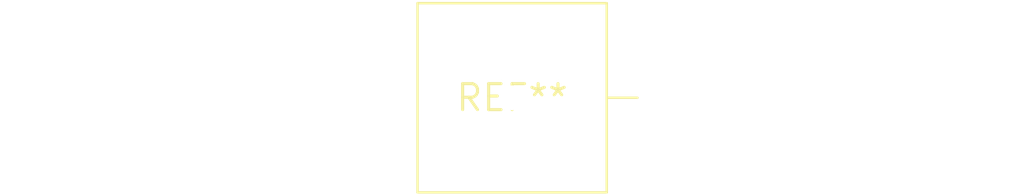
<source format=kicad_pcb>
(kicad_pcb (version 20240108) (generator pcbnew)
  (layers (0 "F.Cu" signal) (31 "B.Cu" signal) (34 "B.Paste" user) (35 "F.Paste" user) (36 "B.SilkS" user "B.Silkscreen") (37 "F.SilkS" user "F.Silkscreen") (38 "B.Mask" user) (39 "F.Mask" user) (44 "Edge.Cuts" user))
  (net 0 "")
  (footprint "R_Axial_Power_L25.0mm_W9.0mm_P7.62mm_Vertical" (layer "F.Cu") (at 0 0)
    (property "Reference" "REF**")
    (property "Value" "R_Axial_Power_L25.0mm_W9.0mm_P7.62mm_Vertical")
    (fp_line (start -4.62 -4.62) (end -4.62 4.62) (layer "F.SilkS") (stroke (width 0.12)))
    (fp_line (start -4.62 4.62) (end 4.62 4.62) (layer "F.SilkS") (stroke (width 0.12)))
    (fp_line (start 4.62 -4.62) (end -4.62 -4.62) (layer "F.SilkS") (stroke (width 0.12)))
    (fp_line (start 4.62 0) (end 6.12 0) (layer "F.SilkS") (stroke (width 0.12)))
    (fp_line (start 4.62 4.62) (end 4.62 -4.62) (layer "F.SilkS") (stroke (width 0.12)))
    (pad "1" thru_hole circle (at 0 0) (size 2.4 2.4) (drill 1.2) (layers *.Cu *.Mask) (remove_unused_layers))
    (pad "2" thru_hole oval (at 7.62 0) (size 2.4 2.4) (drill 1.2) (layers *.Cu *.Mask) (remove_unused_layers))
  )
)
</source>
